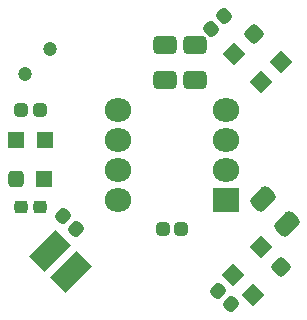
<source format=gts>
G04 Layer_Color=8388736*
%FSLAX44Y44*%
%MOMM*%
G71*
G01*
G75*
G04:AMPARAMS|DCode=38|XSize=1.2mm|YSize=1.15mm|CornerRadius=0.3375mm|HoleSize=0mm|Usage=FLASHONLY|Rotation=90.000|XOffset=0mm|YOffset=0mm|HoleType=Round|Shape=RoundedRectangle|*
%AMROUNDEDRECTD38*
21,1,1.2000,0.4750,0,0,90.0*
21,1,0.5250,1.1500,0,0,90.0*
1,1,0.6750,0.2375,0.2625*
1,1,0.6750,0.2375,-0.2625*
1,1,0.6750,-0.2375,-0.2625*
1,1,0.6750,-0.2375,0.2625*
%
%ADD38ROUNDEDRECTD38*%
G04:AMPARAMS|DCode=39|XSize=1.4mm|YSize=1.4mm|CornerRadius=0.4mm|HoleSize=0mm|Usage=FLASHONLY|Rotation=90.000|XOffset=0mm|YOffset=0mm|HoleType=Round|Shape=RoundedRectangle|*
%AMROUNDEDRECTD39*
21,1,1.4000,0.6000,0,0,90.0*
21,1,0.6000,1.4000,0,0,90.0*
1,1,0.8000,0.3000,0.3000*
1,1,0.8000,0.3000,-0.3000*
1,1,0.8000,-0.3000,-0.3000*
1,1,0.8000,-0.3000,0.3000*
%
%ADD39ROUNDEDRECTD39*%
%ADD40R,1.4000X1.4000*%
G04:AMPARAMS|DCode=41|XSize=1.4mm|YSize=1.4mm|CornerRadius=0.4mm|HoleSize=0mm|Usage=FLASHONLY|Rotation=315.000|XOffset=0mm|YOffset=0mm|HoleType=Round|Shape=RoundedRectangle|*
%AMROUNDEDRECTD41*
21,1,1.4000,0.6000,0,0,315.0*
21,1,0.6000,1.4000,0,0,315.0*
1,1,0.8000,0.0000,-0.4243*
1,1,0.8000,-0.4243,0.0000*
1,1,0.8000,0.0000,0.4243*
1,1,0.8000,0.4243,0.0000*
%
%ADD41ROUNDEDRECTD41*%
%ADD42P,1.9799X4X360.0*%
G04:AMPARAMS|DCode=43|XSize=1.4mm|YSize=1.4mm|CornerRadius=0.4mm|HoleSize=0mm|Usage=FLASHONLY|Rotation=225.000|XOffset=0mm|YOffset=0mm|HoleType=Round|Shape=RoundedRectangle|*
%AMROUNDEDRECTD43*
21,1,1.4000,0.6000,0,0,225.0*
21,1,0.6000,1.4000,0,0,225.0*
1,1,0.8000,-0.4243,0.0000*
1,1,0.8000,0.0000,0.4243*
1,1,0.8000,0.4243,0.0000*
1,1,0.8000,0.0000,-0.4243*
%
%ADD43ROUNDEDRECTD43*%
%ADD44P,1.9799X4X270.0*%
G04:AMPARAMS|DCode=45|XSize=1.2mm|YSize=1.15mm|CornerRadius=0.3375mm|HoleSize=0mm|Usage=FLASHONLY|Rotation=315.000|XOffset=0mm|YOffset=0mm|HoleType=Round|Shape=RoundedRectangle|*
%AMROUNDEDRECTD45*
21,1,1.2000,0.4750,0,0,315.0*
21,1,0.5250,1.1500,0,0,315.0*
1,1,0.6750,0.0177,-0.3536*
1,1,0.6750,-0.3536,0.0177*
1,1,0.6750,-0.0177,0.3536*
1,1,0.6750,0.3536,-0.0177*
%
%ADD45ROUNDEDRECTD45*%
G04:AMPARAMS|DCode=46|XSize=1.2mm|YSize=1.15mm|CornerRadius=0.3375mm|HoleSize=0mm|Usage=FLASHONLY|Rotation=225.000|XOffset=0mm|YOffset=0mm|HoleType=Round|Shape=RoundedRectangle|*
%AMROUNDEDRECTD46*
21,1,1.2000,0.4750,0,0,225.0*
21,1,0.5250,1.1500,0,0,225.0*
1,1,0.6750,-0.3536,-0.0177*
1,1,0.6750,0.0177,0.3536*
1,1,0.6750,0.3536,0.0177*
1,1,0.6750,-0.0177,-0.3536*
%
%ADD46ROUNDEDRECTD46*%
G04:AMPARAMS|DCode=47|XSize=1.1mm|YSize=1.15mm|CornerRadius=0.325mm|HoleSize=0mm|Usage=FLASHONLY|Rotation=90.000|XOffset=0mm|YOffset=0mm|HoleType=Round|Shape=RoundedRectangle|*
%AMROUNDEDRECTD47*
21,1,1.1000,0.5000,0,0,90.0*
21,1,0.4500,1.1500,0,0,90.0*
1,1,0.6500,0.2500,0.2250*
1,1,0.6500,0.2500,-0.2250*
1,1,0.6500,-0.2500,-0.2250*
1,1,0.6500,-0.2500,0.2250*
%
%ADD47ROUNDEDRECTD47*%
G04:AMPARAMS|DCode=48|XSize=2.05mm|YSize=1.55mm|CornerRadius=0.4375mm|HoleSize=0mm|Usage=FLASHONLY|Rotation=0.000|XOffset=0mm|YOffset=0mm|HoleType=Round|Shape=RoundedRectangle|*
%AMROUNDEDRECTD48*
21,1,2.0500,0.6750,0,0,0.0*
21,1,1.1750,1.5500,0,0,0.0*
1,1,0.8750,0.5875,-0.3375*
1,1,0.8750,-0.5875,-0.3375*
1,1,0.8750,-0.5875,0.3375*
1,1,0.8750,0.5875,0.3375*
%
%ADD48ROUNDEDRECTD48*%
G04:AMPARAMS|DCode=49|XSize=2.05mm|YSize=1.55mm|CornerRadius=0.4375mm|HoleSize=0mm|Usage=FLASHONLY|Rotation=45.000|XOffset=0mm|YOffset=0mm|HoleType=Round|Shape=RoundedRectangle|*
%AMROUNDEDRECTD49*
21,1,2.0500,0.6750,0,0,45.0*
21,1,1.1750,1.5500,0,0,45.0*
1,1,0.8750,0.6541,0.1768*
1,1,0.8750,-0.1768,-0.6541*
1,1,0.8750,-0.6541,-0.1768*
1,1,0.8750,0.1768,0.6541*
%
%ADD49ROUNDEDRECTD49*%
%ADD50O,2.2500X2.0000*%
%ADD51R,2.2500X2.0000*%
%ADD52C,1.2000*%
G04:AMPARAMS|DCode=53|XSize=1.8mm|YSize=3.2mm|CornerRadius=0mm|HoleSize=0mm|Usage=FLASHONLY|Rotation=315.000|XOffset=0mm|YOffset=0mm|HoleType=Round|Shape=Rectangle|*
%AMROTATEDRECTD53*
4,1,4,-1.7678,-0.4950,0.4950,1.7678,1.7678,0.4950,-0.4950,-1.7678,-1.7678,-0.4950,0.0*
%
%ADD53ROTATEDRECTD53*%

D38*
X53750Y197000D02*
D03*
X38250D02*
D03*
X173750Y96000D02*
D03*
X158250D02*
D03*
D39*
X34000Y138300D02*
D03*
D40*
X57700Y138200D02*
D03*
X57900Y171400D02*
D03*
X34100D02*
D03*
D41*
X234970Y261001D02*
D03*
D42*
X218140Y244313D02*
D03*
X241475Y220696D02*
D03*
X258304Y237525D02*
D03*
D43*
X258001Y64030D02*
D03*
D44*
X241313Y80860D02*
D03*
X217696Y57525D02*
D03*
X234525Y40696D02*
D03*
D45*
X198770Y265520D02*
D03*
X209730Y276480D02*
D03*
D46*
X204520Y43480D02*
D03*
X215480Y32520D02*
D03*
X84480Y96520D02*
D03*
X73520Y107480D02*
D03*
D47*
X38250Y115000D02*
D03*
X53750D02*
D03*
D48*
X160000Y251750D02*
D03*
Y222250D02*
D03*
X185000Y251750D02*
D03*
Y222250D02*
D03*
D49*
X242570Y121430D02*
D03*
X263430Y100570D02*
D03*
D50*
X120500Y196800D02*
D03*
Y171400D02*
D03*
Y146000D02*
D03*
Y120600D02*
D03*
X211500Y196800D02*
D03*
Y171400D02*
D03*
Y146000D02*
D03*
D51*
Y120600D02*
D03*
D52*
X62607Y248607D02*
D03*
X41393Y227393D02*
D03*
D53*
X80637Y59677D02*
D03*
X62677Y77637D02*
D03*
M02*

</source>
